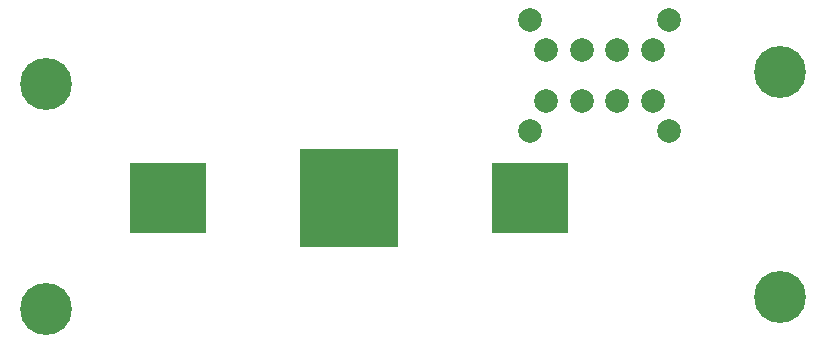
<source format=gbs>
G04 #@! TF.GenerationSoftware,KiCad,Pcbnew,(5.0.0)*
G04 #@! TF.CreationDate,2019-03-27T19:33:42+01:00*
G04 #@! TF.ProjectId,currentscaler,63757272656E747363616C65722E6B69,rev?*
G04 #@! TF.SameCoordinates,Original*
G04 #@! TF.FileFunction,Soldermask,Bot*
G04 #@! TF.FilePolarity,Negative*
%FSLAX46Y46*%
G04 Gerber Fmt 4.6, Leading zero omitted, Abs format (unit mm)*
G04 Created by KiCad (PCBNEW (5.0.0)) date 03/27/19 19:33:42*
%MOMM*%
%LPD*%
G01*
G04 APERTURE LIST*
%ADD10R,6.400000X5.900000*%
%ADD11R,8.400000X8.400000*%
%ADD12C,2.000000*%
%ADD13C,4.400000*%
G04 APERTURE END LIST*
D10*
G04 #@! TO.C,BT1*
X145800000Y-109500000D03*
X115200000Y-109500000D03*
D11*
X130500000Y-109500000D03*
G04 #@! TD*
D12*
G04 #@! TO.C,DP3T1*
X156200000Y-101250000D03*
X153200000Y-101250000D03*
X150200000Y-101250000D03*
X147200000Y-101250000D03*
X156200000Y-96950000D03*
X150200000Y-96950000D03*
X147200000Y-96950000D03*
X153200000Y-96950000D03*
X145800000Y-94400000D03*
X157600000Y-94400000D03*
X157600000Y-103800000D03*
X145800000Y-103800000D03*
G04 #@! TD*
D13*
G04 #@! TO.C,TP3*
X167000000Y-98810000D03*
G04 #@! TD*
G04 #@! TO.C,TP4*
X167000000Y-117860000D03*
G04 #@! TD*
G04 #@! TO.C,TP1*
X104800000Y-99810000D03*
G04 #@! TD*
G04 #@! TO.C,TP2*
X104800000Y-118860000D03*
G04 #@! TD*
M02*

</source>
